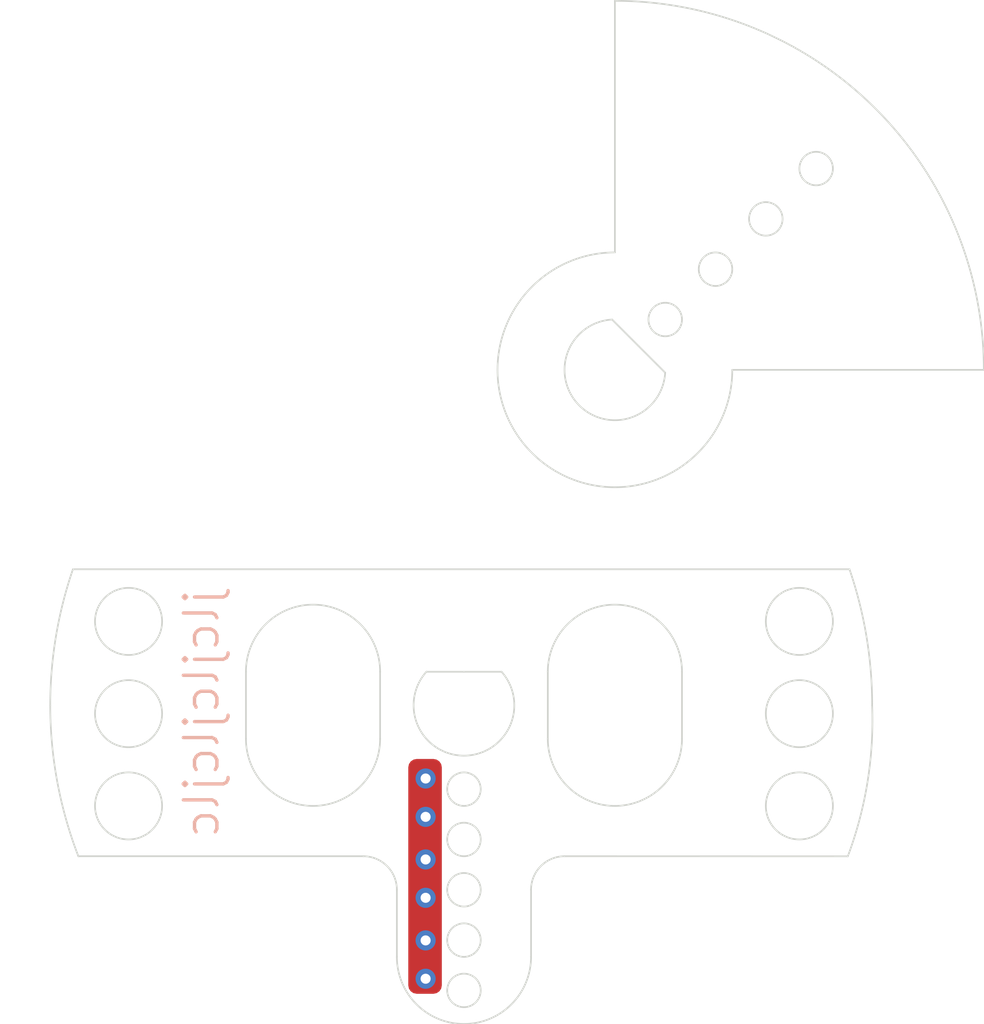
<source format=kicad_pcb>
(kicad_pcb (version 20240108) (generator "pcbnew") (generator_version "8.0")
  (layers (0 "F.Cu" signal) (31 "B.Cu" signal) (34 "B.Paste" user) (35 "F.Paste" user) (36 "B.SilkS" user "B.Silkscreen") (37 "F.SilkS" user "F.Silkscreen") (38 "B.Mask" user) (39 "F.Mask" user) (44 "Edge.Cuts" user))
  (net 0 "")
  (footprint "Connector_Wire:SolderWirePad_1x01_SMD_1x2mm" (layer "F.Cu") (at -1.16 6.6)
    (property "Reference" "REF**" (hide yes))
    (property "Value" "SolderWirePad_1x01_SMD_1x2mm")
    (pad "1" smd roundrect (at 0 0) (size 1 7) (layers "F.Cu" "F.Paste" "F.Mask"))
  )
  (gr_line (start -2.5 0.5) (end -2.5 2.5) (stroke (width 0.05)) (layer "Edge.Cuts"))
  (gr_line (start 8 -8.5) (end 15.5 -8.5) (stroke (width 0.05)) (layer "Edge.Cuts"))
  (gr_line (start 11.494319 -2.554382) (end -11.6586 -2.554382) (stroke (width 0.05)) (layer "Edge.Cuts"))
  (gr_line (start -6.5 0.5) (end -6.5 2.5) (stroke (width 0.05)) (layer "Edge.Cuts"))
  (gr_arc (start 6.5 2.5) (mid 4.5 4.5) (end 2.5 2.5) (stroke (width 0.05)) (layer "Edge.Cuts"))
  (gr_circle (center 0 5.5) (end 0.5 5.5) (stroke (width 0.05)) (fill none) (layer "Edge.Cuts"))
  (gr_circle (center 9 -13) (end 9.5 -13) (stroke (width 0.05)) (fill none) (layer "Edge.Cuts"))
  (gr_arc (start 4.5 -19.5) (mid 12.278175 -16.278175) (end 15.5 -8.5) (stroke (width 0.05)) (layer "Edge.Cuts"))
  (gr_line (start 2 9) (end 2 7) (stroke (width 0.05)) (layer "Edge.Cuts"))
  (gr_arc (start 12.170105 1.5) (mid 12.031417 3.787182) (end 11.444155 6.002031) (stroke (width 0.05)) (layer "Edge.Cuts"))
  (gr_arc (start 2 7) (mid 2.292893 6.292893) (end 3 6) (stroke (width 0.05)) (layer "Edge.Cuts"))
  (gr_circle (center 10 -1) (end 11 -1) (stroke (width 0.05)) (fill none) (layer "Edge.Cuts"))
  (gr_circle (center 0 10) (end 0.5 10) (stroke (width 0.05)) (fill none) (layer "Edge.Cuts"))
  (gr_arc (start 8 -8.5) (mid 2.025126 -6.025126) (end 4.5 -12) (stroke (width 0.05)) (layer "Edge.Cuts"))
  (gr_arc (start 11.494319 -2.554382) (mid 12 -0.555158) (end 12.170105 1.5) (stroke (width 0.05)) (layer "Edge.Cuts"))
  (gr_line (start -11.496544 6) (end -3 6) (stroke (width 0.05)) (layer "Edge.Cuts"))
  (gr_arc (start 2 9) (mid 0 11) (end -2 9) (stroke (width 0.05)) (layer "Edge.Cuts"))
  (gr_circle (center 0 4) (end 0.5 4) (stroke (width 0.05)) (fill none) (layer "Edge.Cuts"))
  (gr_arc (start -2.5 2.5) (mid -4.5 4.5) (end -6.5 2.5) (stroke (width 0.05)) (layer "Edge.Cuts"))
  (gr_circle (center 0 8.5) (end 0.5 8.5) (stroke (width 0.05)) (fill none) (layer "Edge.Cuts"))
  (gr_line (start 4.5 -12) (end 4.5 -19.5) (stroke (width 0.05)) (layer "Edge.Cuts"))
  (gr_arc (start -12.334388 1.5) (mid -12.164283 -0.555158) (end -11.6586 -2.554382) (stroke (width 0.05)) (layer "Edge.Cuts"))
  (gr_line (start 0 0.5) (end -1.11 0.5) (stroke (width 0.05)) (layer "Edge.Cuts"))
  (gr_circle (center 6 -10) (end 6.5 -10) (stroke (width 0.05)) (fill none) (layer "Edge.Cuts"))
  (gr_arc (start -11.496544 6) (mid -12.123143 3.788667) (end -12.334388 1.5) (stroke (width 0.05)) (layer "Edge.Cuts"))
  (gr_circle (center 7.5 -11.5) (end 8 -11.5) (stroke (width 0.05)) (fill none) (layer "Edge.Cuts"))
  (gr_circle (center 10.5 -14.5) (end 11 -14.5) (stroke (width 0.05)) (fill none) (layer "Edge.Cuts"))
  (gr_circle (center 10 1.75) (end 11 1.75) (stroke (width 0.05)) (fill none) (layer "Edge.Cuts"))
  (gr_line (start 11.444155 6.002031) (end 3 6) (stroke (width 0.05)) (layer "Edge.Cuts"))
  (gr_line (start 6.5 0.5) (end 6.5 2.5) (stroke (width 0.05)) (layer "Edge.Cuts"))
  (gr_arc (start -3 6) (mid -2.292893 6.292893) (end -2 7) (stroke (width 0.05)) (layer "Edge.Cuts"))
  (gr_line (start 5.207107 -9.207107) (end 5.999066 -8.415147) (stroke (width 0.05)) (layer "Edge.Cuts"))
  (gr_arc (start -6.5 0.5) (mid -4.5 -1.5) (end -2.5 0.5) (stroke (width 0.05)) (layer "Edge.Cuts"))
  (gr_arc (start 1.119999 0.500001) (mid -0.003347 3.001461) (end -1.11553 0.495018) (stroke (width 0.05)) (layer "Edge.Cuts"))
  (gr_arc (start 2.5 0.5) (mid 4.5 -1.5) (end 6.5 0.5) (stroke (width 0.05)) (layer "Edge.Cuts"))
  (gr_circle (center -10 4.5) (end -9 4.5) (stroke (width 0.05)) (fill none) (layer "Edge.Cuts"))
  (gr_circle (center -10 1.75) (end -9 1.75) (stroke (width 0.05)) (fill none) (layer "Edge.Cuts"))
  (gr_line (start -2 9) (end -2 7) (stroke (width 0.05)) (layer "Edge.Cuts"))
  (gr_arc (start 5.999065 -8.415147) (mid 3.43594 -7.440673) (end 4.421831 -9.999428) (stroke (width 0.05)) (layer "Edge.Cuts"))
  (gr_circle (center -10 -1) (end -9 -1) (stroke (width 0.05)) (fill none) (layer "Edge.Cuts"))
  (gr_line (start 0 0.5) (end 1.12 0.5) (stroke (width 0.05)) (layer "Edge.Cuts"))
  (gr_circle (center 0 7) (end 0.5 7) (stroke (width 0.05)) (fill none) (layer "Edge.Cuts"))
  (gr_line (start 2.5 0.5) (end 2.5 2.5) (stroke (width 0.05)) (layer "Edge.Cuts"))
  (gr_line (start 5.207107 -9.207107) (end 4.422218 -9.991995) (stroke (width 0.05)) (layer "Edge.Cuts"))
  (gr_circle (center 10 4.5) (end 11 4.5) (stroke (width 0.05)) (fill none) (layer "Edge.Cuts"))
  (gr_text "jlcjlcjlcjlc\n" (at -7.239 -2.032 90) (layer "B.SilkS") (effects (font (size 1 1) (thickness 0.1)) (justify left bottom mirror)))
  (via (at -1.143 6.096) (size 0.6) (drill 0.3) (layers "F.Cu" "B.Cu") (net 0))
  (via (at -1.143 3.683) (size 0.6) (drill 0.3) (layers "F.Cu" "B.Cu") (net 0))
  (via (at -1.143 9.652) (size 0.6) (drill 0.3) (layers "F.Cu" "B.Cu") (net 0))
  (via (at -1.143 7.239) (size 0.6) (drill 0.3) (layers "F.Cu" "B.Cu") (net 0))
  (via (at -1.143 4.826) (size 0.6) (drill 0.3) (layers "F.Cu" "B.Cu") (net 0))
  (via (at -1.143 8.509) (size 0.6) (drill 0.3) (layers "F.Cu" "B.Cu") (net 0))
)
</source>
